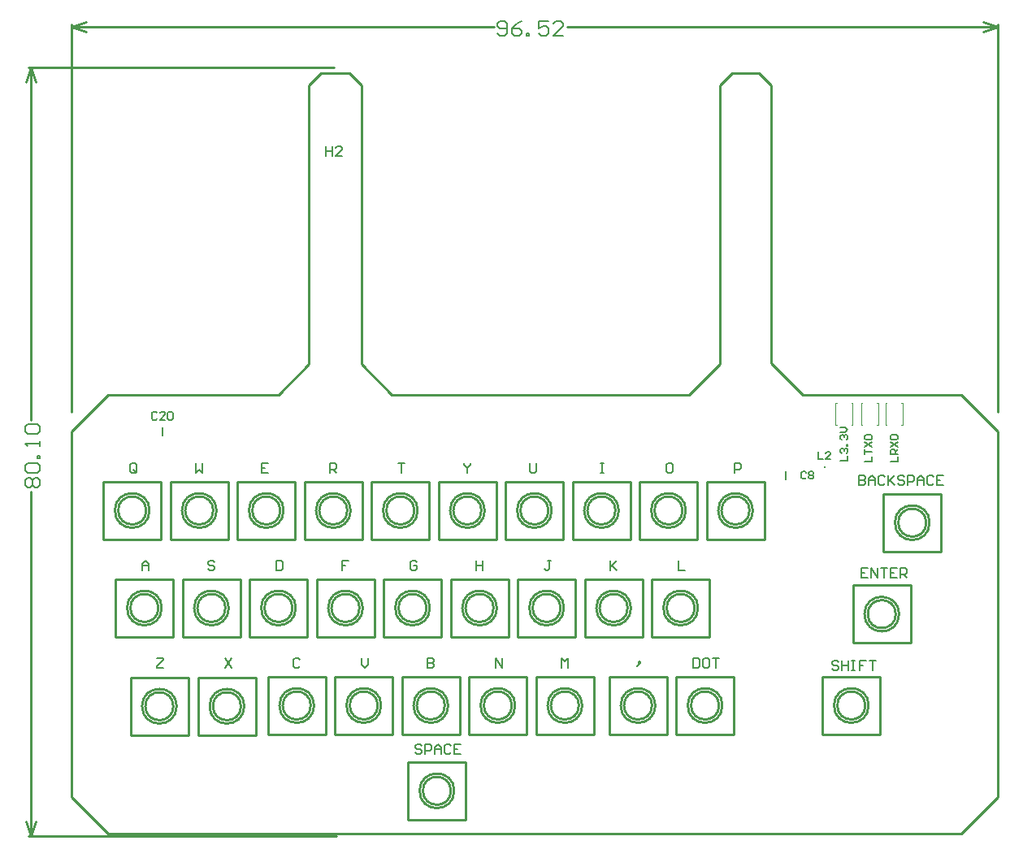
<source format=gto>
G04 Layer_Color=65535*
%FSTAX24Y24*%
%MOIN*%
G70*
G01*
G75*
%ADD15C,0.0100*%
%ADD17C,0.0080*%
%ADD44C,0.0060*%
%ADD45C,0.0040*%
%ADD46C,0.0079*%
D15*
X045824Y01825D02*
G03*
X045824Y01825I-000574J0D01*
G01*
X04596D02*
G03*
X04596Y01825I-00071J0D01*
G01*
X025574Y02225D02*
G03*
X025574Y02225I-000574J0D01*
G01*
X02571D02*
G03*
X02571Y02225I-00071J0D01*
G01*
X057074Y02575D02*
G03*
X057074Y02575I-000574J0D01*
G01*
X05721D02*
G03*
X05721Y02575I-00071J0D01*
G01*
X037324Y01825D02*
G03*
X037324Y01825I-000574J0D01*
G01*
X03746D02*
G03*
X03746Y01825I-00071J0D01*
G01*
X048574D02*
G03*
X048574Y01825I-000574J0D01*
G01*
X04871D02*
G03*
X04871Y01825I-00071J0D01*
G01*
X031074Y02225D02*
G03*
X031074Y02225I-000574J0D01*
G01*
X03121D02*
G03*
X03121Y02225I-00071J0D01*
G01*
X055824Y022D02*
G03*
X055824Y022I-000574J0D01*
G01*
X05596D02*
G03*
X05596Y022I-00071J0D01*
G01*
X030574Y02625D02*
G03*
X030574Y02625I-000574J0D01*
G01*
X03071D02*
G03*
X03071Y02625I-00071J0D01*
G01*
X033824Y02225D02*
G03*
X033824Y02225I-000574J0D01*
G01*
X03396D02*
G03*
X03396Y02225I-00071J0D01*
G01*
X036574D02*
G03*
X036574Y02225I-000574J0D01*
G01*
X03671D02*
G03*
X03671Y02225I-00071J0D01*
G01*
X044324Y02625D02*
G03*
X044324Y02625I-000574J0D01*
G01*
X04446D02*
G03*
X04446Y02625I-00071J0D01*
G01*
X042074Y02225D02*
G03*
X042074Y02225I-000574J0D01*
G01*
X04221D02*
G03*
X04221Y02225I-00071J0D01*
G01*
X047574D02*
G03*
X047574Y02225I-000574J0D01*
G01*
X04771D02*
G03*
X04771Y02225I-00071J0D01*
G01*
X042824Y01825D02*
G03*
X042824Y01825I-000574J0D01*
G01*
X04296D02*
G03*
X04296Y01825I-00071J0D01*
G01*
X040074D02*
G03*
X040074Y01825I-000574J0D01*
G01*
X04021D02*
G03*
X04021Y01825I-00071J0D01*
G01*
X047074Y02625D02*
G03*
X047074Y02625I-000574J0D01*
G01*
X04721D02*
G03*
X04721Y02625I-00071J0D01*
G01*
X049824D02*
G03*
X049824Y02625I-000574J0D01*
G01*
X04996D02*
G03*
X04996Y02625I-00071J0D01*
G01*
X025074D02*
G03*
X025074Y02625I-000574J0D01*
G01*
X02521D02*
G03*
X02521Y02625I-00071J0D01*
G01*
X033324D02*
G03*
X033324Y02625I-000574J0D01*
G01*
X03346D02*
G03*
X03346Y02625I-00071J0D01*
G01*
X054574Y01825D02*
G03*
X054574Y01825I-000574J0D01*
G01*
X05471D02*
G03*
X05471Y01825I-00071J0D01*
G01*
X037574Y01475D02*
G03*
X037574Y01475I-000574J0D01*
G01*
X03771D02*
G03*
X03771Y01475I-00071J0D01*
G01*
X028324Y02225D02*
G03*
X028324Y02225I-000574J0D01*
G01*
X02846D02*
G03*
X02846Y02225I-00071J0D01*
G01*
X036074Y02625D02*
G03*
X036074Y02625I-000574J0D01*
G01*
X03621D02*
G03*
X03621Y02625I-00071J0D01*
G01*
X041574D02*
G03*
X041574Y02625I-000574J0D01*
G01*
X04171D02*
G03*
X04171Y02625I-00071J0D01*
G01*
X034574Y01825D02*
G03*
X034574Y01825I-000574J0D01*
G01*
X03471D02*
G03*
X03471Y01825I-00071J0D01*
G01*
X02896Y01822D02*
G03*
X02896Y01822I-000574J0D01*
G01*
X029096D02*
G03*
X029096Y01822I-00071J0D01*
G01*
X038824Y02625D02*
G03*
X038824Y02625I-000574J0D01*
G01*
X03896D02*
G03*
X03896Y02625I-00071J0D01*
G01*
X026188Y01822D02*
G03*
X026188Y01822I-000574J0D01*
G01*
X026324D02*
G03*
X026324Y01822I-00071J0D01*
G01*
X044824Y02225D02*
G03*
X044824Y02225I-000574J0D01*
G01*
X04496D02*
G03*
X04496Y02225I-00071J0D01*
G01*
X027824Y02625D02*
G03*
X027824Y02625I-000574J0D01*
G01*
X02796D02*
G03*
X02796Y02625I-00071J0D01*
G01*
X039324Y02225D02*
G03*
X039324Y02225I-000574J0D01*
G01*
X03946D02*
G03*
X03946Y02225I-00071J0D01*
G01*
X031824Y01825D02*
G03*
X031824Y01825I-000574J0D01*
G01*
X03196D02*
G03*
X03196Y01825I-00071J0D01*
G01*
X020246Y012882D02*
X032866D01*
X020246Y044417D02*
X032787D01*
X020346Y012882D02*
Y02703D01*
Y029949D02*
Y044417D01*
Y012882D02*
X020546Y013482D01*
X020146D02*
X020346Y012882D01*
X020146Y043817D02*
X020346Y044417D01*
X020546Y043817D01*
X06Y0303D02*
Y0462D01*
X022Y0303D02*
Y0462D01*
X04235Y0461D02*
X06D01*
X022D02*
X03933D01*
X0594Y0463D02*
X06Y0461D01*
X0594Y0459D02*
X06Y0461D01*
X022D02*
X0226Y0459D01*
X022Y0461D02*
X0226Y0463D01*
X044069Y019431D02*
X046431D01*
X044069Y017069D02*
Y019431D01*
Y017069D02*
X046431D01*
Y017069D02*
Y019431D01*
X023819Y023431D02*
X026181D01*
X023819Y021069D02*
Y023431D01*
Y021069D02*
X026181D01*
Y021069D02*
Y023431D01*
X055319Y024569D02*
Y026931D01*
X055319Y024569D02*
X057681D01*
Y026931D01*
X055319D02*
X057681D01*
X035569Y019431D02*
X037931D01*
X035569Y017069D02*
Y019431D01*
Y017069D02*
X037931D01*
Y017069D02*
Y019431D01*
X046819Y017069D02*
X049181D01*
Y017069D02*
Y019431D01*
X046819D02*
X049181D01*
X046819Y017069D02*
Y019431D01*
X029319Y023431D02*
X031681D01*
X029319Y021069D02*
Y023431D01*
Y021069D02*
X031681D01*
Y021069D02*
Y023431D01*
X056431Y020819D02*
Y023181D01*
X054069D02*
X056431D01*
X054069Y020819D02*
Y023181D01*
X054069Y020819D02*
X056431D01*
X028819Y027431D02*
X031181D01*
X028819Y025069D02*
Y027431D01*
Y025069D02*
X031181D01*
Y025069D02*
Y027431D01*
X032069Y023431D02*
X034431D01*
X032069Y021069D02*
Y023431D01*
Y021069D02*
X034431D01*
Y021069D02*
Y023431D01*
X034819D02*
X037181D01*
X034819Y021069D02*
Y023431D01*
Y021069D02*
X037181D01*
Y021069D02*
Y023431D01*
X042569Y027431D02*
X044931D01*
X042569Y025069D02*
Y027431D01*
Y025069D02*
X044931D01*
Y025069D02*
Y027431D01*
X040319Y023431D02*
X042681D01*
X040319Y021069D02*
Y023431D01*
Y021069D02*
X042681D01*
Y021069D02*
Y023431D01*
X045819D02*
X048181D01*
X045819Y021069D02*
Y023431D01*
Y021069D02*
X048181D01*
Y021069D02*
Y023431D01*
X041069Y019431D02*
X043431D01*
X041069Y017069D02*
Y019431D01*
Y017069D02*
X043431D01*
Y017069D02*
Y019431D01*
X038319D02*
X040681D01*
X038319Y017069D02*
Y019431D01*
Y017069D02*
X040681D01*
Y017069D02*
Y019431D01*
X045319Y027431D02*
X047681D01*
X045319Y025069D02*
Y027431D01*
Y025069D02*
X047681D01*
Y025069D02*
Y027431D01*
X048069D02*
X050431D01*
X048069Y025069D02*
Y027431D01*
Y025069D02*
X050431D01*
Y025069D02*
Y027431D01*
X023319D02*
X025681D01*
X023319Y025069D02*
Y027431D01*
Y025069D02*
X025681D01*
Y025069D02*
Y027431D01*
X031569D02*
X033931D01*
X031569Y025069D02*
Y027431D01*
Y025069D02*
X033931D01*
Y025069D02*
Y027431D01*
X055181Y017069D02*
Y019431D01*
X052819D02*
X055181D01*
X052819Y017069D02*
Y019431D01*
X052819Y017069D02*
X055181D01*
X035819Y013569D02*
Y015931D01*
X035819Y013569D02*
X038181D01*
Y015931D01*
X035819D02*
X038181D01*
X026569Y023431D02*
X028931D01*
X026569Y021069D02*
Y023431D01*
Y021069D02*
X028931D01*
Y021069D02*
Y023431D01*
X034319Y027431D02*
X036681D01*
X034319Y025069D02*
Y027431D01*
Y025069D02*
X036681D01*
Y025069D02*
Y027431D01*
X039819D02*
X042181D01*
X039819Y025069D02*
Y027431D01*
Y025069D02*
X042181D01*
Y025069D02*
Y027431D01*
X032819Y019431D02*
X035181D01*
X032819Y017069D02*
Y019431D01*
Y017069D02*
X035181D01*
Y017069D02*
Y019431D01*
X027205Y019402D02*
X029567D01*
X027205Y017039D02*
Y019402D01*
Y017039D02*
X029567D01*
Y017039D02*
Y019402D01*
X037069Y027431D02*
X039431D01*
X037069Y025069D02*
Y027431D01*
Y025069D02*
X039431D01*
Y025069D02*
Y027431D01*
X024433Y019402D02*
X026795D01*
X024433Y017039D02*
Y019402D01*
Y017039D02*
X026795D01*
Y017039D02*
Y019402D01*
X043069Y023431D02*
X045431D01*
X043069Y021069D02*
Y023431D01*
Y021069D02*
X045431D01*
Y021069D02*
Y023431D01*
X026069Y027431D02*
X028431D01*
X026069Y025069D02*
Y027431D01*
Y025069D02*
X028431D01*
Y025069D02*
Y027431D01*
X037569Y023431D02*
X039931D01*
X037569Y021069D02*
Y023431D01*
Y021069D02*
X039931D01*
Y021069D02*
Y023431D01*
X0235Y013D02*
X0585D01*
X022Y0145D02*
Y0295D01*
X052Y031D02*
X0585D01*
X0507Y0323D02*
X052Y031D01*
X0507Y0323D02*
Y0437D01*
X0491Y0442D02*
X0502D01*
X0507Y0437D01*
X03515Y031D02*
X04735D01*
X0339Y03225D02*
X03515Y031D01*
X0339Y03225D02*
Y0437D01*
X0235Y031D02*
X0305D01*
X03175Y03225D01*
Y0437D01*
X0334Y0442D02*
X0339Y0437D01*
X03225Y0442D02*
X0334D01*
X0486Y0437D02*
X0491Y0442D01*
X0486Y03225D02*
Y0437D01*
X04735Y031D02*
X0486Y03225D01*
X0585Y013D02*
X06Y0145D01*
X03175Y0437D02*
X03225Y0442D01*
X022Y0145D02*
X0235Y013D01*
X0585Y031D02*
X06Y0295D01*
X022D02*
X0235Y031D01*
X06Y0145D02*
Y0295D01*
X030069Y019431D02*
X032431D01*
X030069Y017069D02*
Y019431D01*
Y017069D02*
X032431D01*
Y017069D02*
Y019431D01*
D17*
X03245Y0412D02*
Y0408D01*
Y041D01*
X032717D01*
Y0412D01*
Y0408D01*
X033116D02*
X03285D01*
X033116Y041067D01*
Y041133D01*
X03305Y0412D01*
X032917D01*
X03285Y041133D01*
X0271Y0282D02*
Y0278D01*
X027233Y027933D01*
X027367Y0278D01*
Y0282D01*
X0441Y0242D02*
Y0238D01*
Y023933D01*
X044367Y0242D01*
X044167Y024D01*
X044367Y0238D01*
X0255Y0202D02*
X025767D01*
Y020133D01*
X0255Y019867D01*
Y0198D01*
X025767D01*
X0381Y0282D02*
Y028133D01*
X038233Y028D01*
X038367Y028133D01*
Y0282D01*
X038233Y028D02*
Y0278D01*
X0283Y0202D02*
X028567Y0198D01*
Y0202D02*
X0283Y0198D01*
X0339Y0202D02*
Y019933D01*
X034033Y0198D01*
X034167Y019933D01*
Y0202D01*
X0408Y0282D02*
Y027867D01*
X040867Y0278D01*
X041D01*
X041067Y027867D01*
Y0282D01*
X0354D02*
X035667D01*
X035533D01*
Y0278D01*
X027867Y024133D02*
X0278Y0242D01*
X027667D01*
X0276Y024133D01*
Y024067D01*
X027667Y024D01*
X0278D01*
X027867Y023933D01*
Y023867D01*
X0278Y0238D01*
X027667D01*
X0276Y023867D01*
X036367Y016583D02*
X0363Y01665D01*
X036167D01*
X0361Y016583D01*
Y016517D01*
X036167Y01645D01*
X0363D01*
X036367Y016383D01*
Y016317D01*
X0363Y01625D01*
X036167D01*
X0361Y016317D01*
X0365Y01625D02*
Y01665D01*
X0367D01*
X036766Y016583D01*
Y01645D01*
X0367Y016383D01*
X0365D01*
X0369Y01625D02*
Y016517D01*
X037033Y01665D01*
X037166Y016517D01*
Y01625D01*
Y01645D01*
X0369D01*
X037566Y016583D02*
X0375Y01665D01*
X037366D01*
X0373Y016583D01*
Y016317D01*
X037366Y01625D01*
X0375D01*
X037566Y016317D01*
X037966Y01665D02*
X037699D01*
Y01625D01*
X037966D01*
X037699Y01645D02*
X037833D01*
X053467Y020033D02*
X0534Y0201D01*
X053267D01*
X0532Y020033D01*
Y019967D01*
X053267Y0199D01*
X0534D01*
X053467Y019833D01*
Y019767D01*
X0534Y0197D01*
X053267D01*
X0532Y019767D01*
X0536Y0201D02*
Y0197D01*
Y0199D01*
X053866D01*
Y0201D01*
Y0197D01*
X054Y0201D02*
X054133D01*
X054066D01*
Y0197D01*
X054D01*
X054133D01*
X0546Y0201D02*
X054333D01*
Y0199D01*
X054466D01*
X054333D01*
Y0197D01*
X054733Y0201D02*
X054999D01*
X054866D01*
Y0197D01*
X0326Y0278D02*
Y0282D01*
X0328D01*
X032867Y028133D01*
Y028D01*
X0328Y027933D01*
X0326D01*
X032733D02*
X032867Y0278D01*
X024667Y027867D02*
Y028133D01*
X0246Y0282D01*
X024467D01*
X0244Y028133D01*
Y027867D01*
X024467Y0278D01*
X0246D01*
X024533Y027933D02*
X024667Y0278D01*
X0246D02*
X024667Y027867D01*
X0492Y0278D02*
Y0282D01*
X0494D01*
X049467Y028133D01*
Y028D01*
X0494Y027933D01*
X0492D01*
X0466Y0282D02*
X046467D01*
X0464Y028133D01*
Y027867D01*
X046467Y0278D01*
X0466D01*
X046667Y027867D01*
Y028133D01*
X0466Y0282D01*
X0394Y0198D02*
Y0202D01*
X039667Y0198D01*
Y0202D01*
X0421Y0198D02*
Y0202D01*
X042233Y020067D01*
X042367Y0202D01*
Y0198D01*
X0469Y0242D02*
Y0238D01*
X047167D01*
X041667Y0242D02*
X041533D01*
X0416D01*
Y023867D01*
X041533Y0238D01*
X041467D01*
X0414Y023867D01*
X0437Y0282D02*
X043833D01*
X043767D01*
Y0278D01*
X0437D01*
X043833D01*
X036167Y024133D02*
X0361Y0242D01*
X035967D01*
X0359Y024133D01*
Y023867D01*
X035967Y0238D01*
X0361D01*
X036167Y023867D01*
Y024D01*
X036033D01*
X033367Y0242D02*
X0331D01*
Y024D01*
X033233D01*
X0331D01*
Y0238D01*
X030067Y0282D02*
X0298D01*
Y0278D01*
X030067D01*
X0298Y028D02*
X029933D01*
X054667Y0239D02*
X0544D01*
Y0235D01*
X054667D01*
X0544Y0237D02*
X054533D01*
X0548Y0235D02*
Y0239D01*
X055066Y0235D01*
Y0239D01*
X0552D02*
X055466D01*
X055333D01*
Y0235D01*
X055866Y0239D02*
X0556D01*
Y0235D01*
X055866D01*
X0556Y0237D02*
X055733D01*
X055999Y0235D02*
Y0239D01*
X056199D01*
X056266Y023833D01*
Y0237D01*
X056199Y023633D01*
X055999D01*
X056133D02*
X056266Y0235D01*
X0304Y0242D02*
Y0238D01*
X0306D01*
X030667Y023867D01*
Y024133D01*
X0306Y0242D01*
X0304D01*
X0475Y0202D02*
Y0198D01*
X0477D01*
X047767Y019867D01*
Y020133D01*
X0477Y0202D01*
X0475D01*
X0481D02*
X047967D01*
X0479Y020133D01*
Y019867D01*
X047967Y0198D01*
X0481D01*
X048166Y019867D01*
Y020133D01*
X0481Y0202D01*
X0483D02*
X048566D01*
X048433D01*
Y0198D01*
X0366Y0202D02*
Y0198D01*
X0368D01*
X036867Y019867D01*
Y019933D01*
X0368Y02D01*
X0366D01*
X0368D01*
X036867Y020067D01*
Y020133D01*
X0368Y0202D01*
X0366D01*
X0543Y0277D02*
Y0273D01*
X0545D01*
X054567Y027367D01*
Y027433D01*
X0545Y0275D01*
X0543D01*
X0545D01*
X054567Y027567D01*
Y027633D01*
X0545Y0277D01*
X0543D01*
X0547Y0273D02*
Y027567D01*
X054833Y0277D01*
X054966Y027567D01*
Y0273D01*
Y0275D01*
X0547D01*
X055366Y027633D02*
X0553Y0277D01*
X055166D01*
X0551Y027633D01*
Y027367D01*
X055166Y0273D01*
X0553D01*
X055366Y027367D01*
X0555Y0277D02*
Y0273D01*
Y027433D01*
X055766Y0277D01*
X055566Y0275D01*
X055766Y0273D01*
X056166Y027633D02*
X056099Y0277D01*
X055966D01*
X055899Y027633D01*
Y027567D01*
X055966Y0275D01*
X056099D01*
X056166Y027433D01*
Y027367D01*
X056099Y0273D01*
X055966D01*
X055899Y027367D01*
X056299Y0273D02*
Y0277D01*
X056499D01*
X056566Y027633D01*
Y0275D01*
X056499Y027433D01*
X056299D01*
X056699Y0273D02*
Y027567D01*
X056833Y0277D01*
X056966Y027567D01*
Y0273D01*
Y0275D01*
X056699D01*
X057366Y027633D02*
X057299Y0277D01*
X057166D01*
X057099Y027633D01*
Y027367D01*
X057166Y0273D01*
X057299D01*
X057366Y027367D01*
X057766Y0277D02*
X057499D01*
Y0273D01*
X057766D01*
X057499Y0275D02*
X057632D01*
X0249Y0238D02*
Y024067D01*
X025033Y0242D01*
X025167Y024067D01*
Y0238D01*
Y024D01*
X0249D01*
X045267Y019933D02*
X045333Y02D01*
Y020067D01*
X045267D01*
Y02D01*
X045333D01*
X045267Y019933D01*
X0452Y019867D01*
X0386Y0242D02*
Y0238D01*
Y024D01*
X038867D01*
Y0242D01*
Y0238D01*
X031367Y020133D02*
X0313Y0202D01*
X031167D01*
X0311Y020133D01*
Y019867D01*
X031167Y0198D01*
X0313D01*
X031367Y019867D01*
D44*
X0513Y027543D02*
Y027857D01*
X02575Y029343D02*
Y029657D01*
X05455Y02825D02*
X05485D01*
Y02845D01*
X05455Y02855D02*
Y02875D01*
Y02865D01*
X05485D01*
X05455Y02885D02*
X05485Y02905D01*
X05455D02*
X05485Y02885D01*
X0546Y02915D02*
X05455Y0292D01*
Y0293D01*
X0546Y02935D01*
X0548D01*
X05485Y0293D01*
Y0292D01*
X0548Y02915D01*
X0546D01*
X02552Y030245D02*
X025465Y0303D01*
X025355D01*
X0253Y030245D01*
Y030025D01*
X025355Y02997D01*
X025465D01*
X02552Y030025D01*
X02585Y02997D02*
X02563D01*
X02585Y03019D01*
Y030245D01*
X025795Y0303D01*
X025685D01*
X02563Y030245D01*
X02596D02*
X026015Y0303D01*
X026125D01*
X02618Y030245D01*
Y030025D01*
X026125Y02997D01*
X026015D01*
X02596Y030025D01*
Y030245D01*
X05265Y02865D02*
Y02835D01*
X05285D01*
X05315D02*
X05295D01*
X05315Y02855D01*
Y0286D01*
X0531Y02865D01*
X053D01*
X05295Y0286D01*
X05215Y0278D02*
X0521Y02785D01*
X052D01*
X05195Y0278D01*
Y0276D01*
X052Y02755D01*
X0521D01*
X05215Y0276D01*
X05225Y0278D02*
X0523Y02785D01*
X0524D01*
X05245Y0278D01*
Y02775D01*
X0524Y0277D01*
X05245Y02765D01*
Y0276D01*
X0524Y02755D01*
X0523D01*
X05225Y0276D01*
Y02765D01*
X0523Y0277D01*
X05225Y02775D01*
Y0278D01*
X0523Y0277D02*
X0524D01*
X05355Y0283D02*
X05385D01*
Y0285D01*
X0536Y0286D02*
X05355Y02865D01*
Y02875D01*
X0536Y0288D01*
X05365D01*
X0537Y02875D01*
Y0287D01*
Y02875D01*
X05375Y0288D01*
X0538D01*
X05385Y02875D01*
Y02865D01*
X0538Y0286D01*
X05385Y0289D02*
X0538D01*
Y02895D01*
X05385D01*
Y0289D01*
X0536Y02915D02*
X05355Y0292D01*
Y0293D01*
X0536Y02935D01*
X05365D01*
X0537Y0293D01*
Y02925D01*
Y0293D01*
X05375Y02935D01*
X0538D01*
X05385Y0293D01*
Y0292D01*
X0538Y02915D01*
X05355Y02945D02*
X05375D01*
X05385Y02955D01*
X05375Y02965D01*
X05355D01*
X0556Y02825D02*
X0559D01*
Y02845D01*
Y02855D02*
X0556D01*
Y0287D01*
X05565Y02875D01*
X05575D01*
X0558Y0287D01*
Y02855D01*
Y02865D02*
X0559Y02875D01*
X0556Y02885D02*
X0559Y02905D01*
X0556D02*
X0559Y02885D01*
X05565Y02915D02*
X0556Y0292D01*
Y0293D01*
X05565Y02935D01*
X05585D01*
X0559Y0293D01*
Y0292D01*
X05585Y02915D01*
X05565D01*
X020207Y02719D02*
X020107Y02729D01*
Y02749D01*
X020207Y02759D01*
X020306D01*
X020406Y02749D01*
X020506Y02759D01*
X020606D01*
X020706Y02749D01*
Y02729D01*
X020606Y02719D01*
X020506D01*
X020406Y02729D01*
X020306Y02719D01*
X020207D01*
X020406Y02729D02*
Y02749D01*
X020207Y02779D02*
X020107Y02789D01*
Y02809D01*
X020207Y02819D01*
X020606D01*
X020706Y02809D01*
Y02789D01*
X020606Y02779D01*
X020207D01*
X020706Y02839D02*
X020606D01*
Y02849D01*
X020706D01*
Y02839D01*
Y028889D02*
Y029089D01*
Y028989D01*
X020107D01*
X020207Y028889D01*
Y029389D02*
X020107Y029489D01*
Y029689D01*
X020207Y029789D01*
X020606D01*
X020706Y029689D01*
Y029489D01*
X020606Y029389D01*
X020207D01*
X03949Y04584D02*
X03959Y04574D01*
X03979D01*
X03989Y04584D01*
Y04624D01*
X03979Y04634D01*
X03959D01*
X03949Y04624D01*
Y04614D01*
X03959Y04604D01*
X03989D01*
X04049Y04634D02*
X04029Y04624D01*
X04009Y04604D01*
Y04584D01*
X04019Y04574D01*
X04039D01*
X04049Y04584D01*
Y04594D01*
X04039Y04604D01*
X04009D01*
X04069Y04574D02*
Y04584D01*
X04079D01*
Y04574D01*
X04069D01*
X04159Y04634D02*
X04119D01*
Y04604D01*
X04139Y04614D01*
X04149D01*
X04159Y04604D01*
Y04584D01*
X04149Y04574D01*
X04129D01*
X04119Y04584D01*
X04219Y04574D02*
X04179D01*
X04219Y04614D01*
Y04624D01*
X04209Y04634D01*
X04189D01*
X04179Y04624D01*
D45*
X0544Y03065D02*
X05445D01*
X0544Y02975D02*
Y03065D01*
Y02975D02*
X05445D01*
X05505Y03065D02*
X0551D01*
Y02975D02*
Y03065D01*
X05505Y02975D02*
X0551D01*
X0554Y03065D02*
X05545D01*
X0554Y02975D02*
Y03065D01*
Y02975D02*
X05545D01*
X05605Y03065D02*
X0561D01*
Y02975D02*
Y03065D01*
X05605Y02975D02*
X0561D01*
X05335Y03065D02*
X0534D01*
X05335Y02975D02*
Y03065D01*
Y02975D02*
X0534D01*
X054Y03065D02*
X05405D01*
Y02975D02*
Y03065D01*
X054Y02975D02*
X05405D01*
D46*
X052896Y02803D02*
Y02807D01*
M02*

</source>
